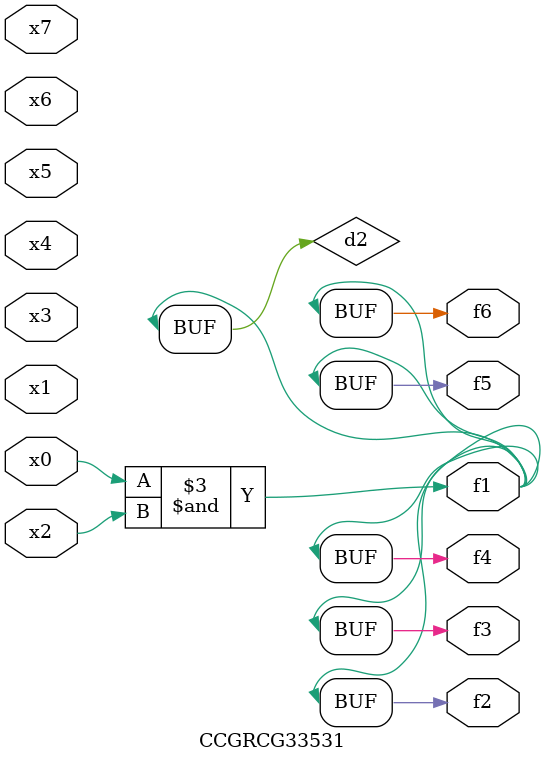
<source format=v>
module CCGRCG33531(
	input x0, x1, x2, x3, x4, x5, x6, x7,
	output f1, f2, f3, f4, f5, f6
);

	wire d1, d2;

	nor (d1, x3, x6);
	and (d2, x0, x2);
	assign f1 = d2;
	assign f2 = d2;
	assign f3 = d2;
	assign f4 = d2;
	assign f5 = d2;
	assign f6 = d2;
endmodule

</source>
